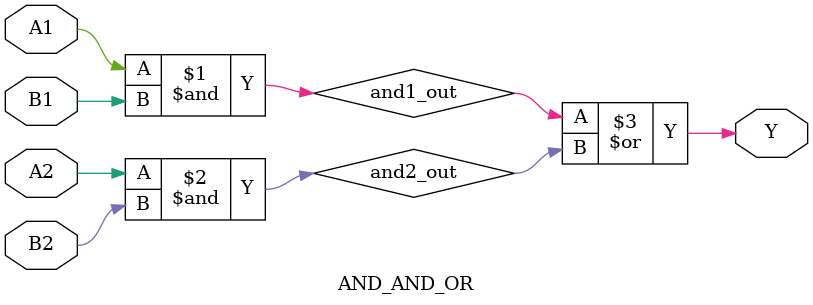
<source format=v>
module AND_AND_OR (
    input wire A1,  // First AND gate input
    input wire A2,  // Second AND gate input
    input wire B1,
	input wire B2,// Shared input for both AND gates
    output wire Y   // Final OR gate output
);
    wire and1_out, and2_out; // Wires to hold AND gate outputs

    assign and1_out = A1 & B1;  // First AND gate
    assign and2_out = A2 & B2;  // Second AND gate
    assign Y = and1_out | and2_out; // OR gate

endmodule

</source>
